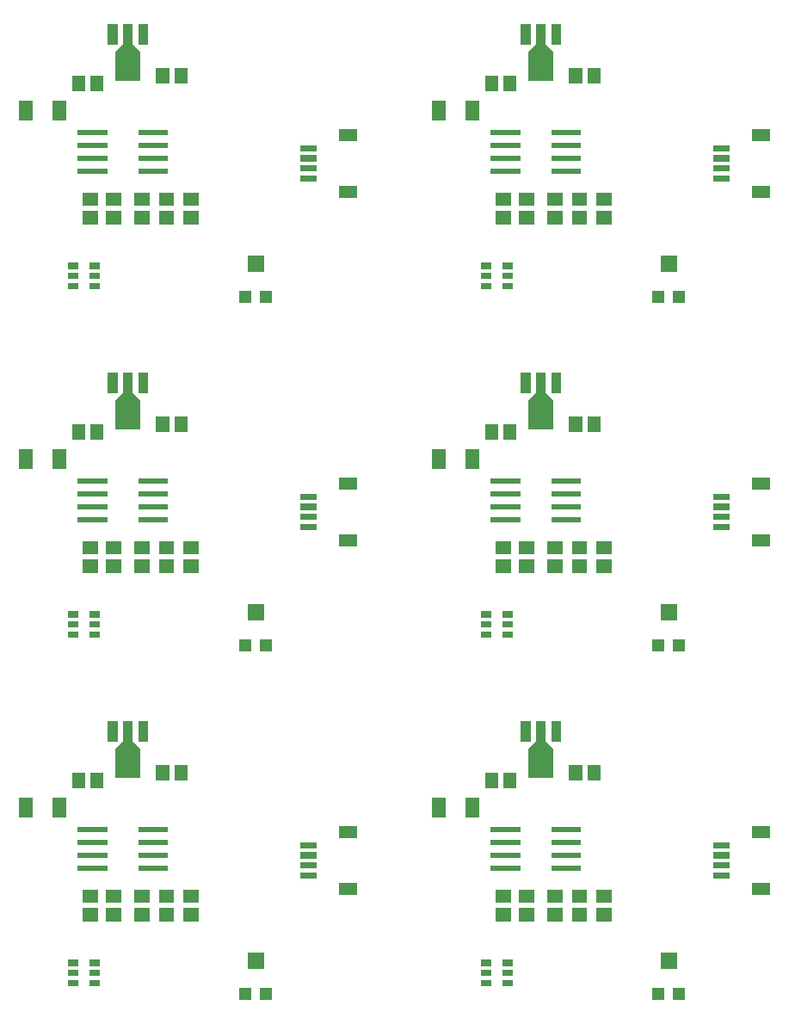
<source format=gbr>
G04 start of page 11 for group -4015 idx -4015 *
G04 Title: (unknown), toppaste *
G04 Creator: pcb 4.0.2 *
G04 CreationDate: Sun Oct 16 03:50:19 2022 UTC *
G04 For: ndholmes *
G04 Format: Gerber/RS-274X *
G04 PCB-Dimensions (mil): 3900.00 4750.00 *
G04 PCB-Coordinate-Origin: lower left *
%MOIN*%
%FSLAX25Y25*%
%LNTOPPASTE*%
%ADD57C,0.0001*%
G54D57*G36*
X83516Y409952D02*X78398D01*
Y404048D01*
X83516D01*
Y409952D01*
G37*
G36*
X90602D02*X85484D01*
Y404048D01*
X90602D01*
Y409952D01*
G37*
G36*
X107796Y429874D02*X104016D01*
Y422000D01*
X107796D01*
Y429874D01*
G37*
G36*
X101890D02*X98110D01*
Y414284D01*
X101890D01*
Y429874D01*
G37*
G36*
X104725Y419165D02*X95275D01*
Y407825D01*
X104725D01*
Y419165D01*
G37*
G36*
X101885Y422005D02*X100465Y420585D01*
X103305Y417745D01*
X104725Y419165D01*
X101885Y422005D01*
G37*
G36*
X99535Y420585D02*X98115Y422005D01*
X95275Y419165D01*
X96695Y417745D01*
X99535Y420585D01*
G37*
G36*
X95984Y429874D02*X92204D01*
Y422000D01*
X95984D01*
Y429874D01*
G37*
G36*
X85000Y329700D02*Y327300D01*
X89000D01*
Y329700D01*
X85000D01*
G37*
G36*
Y333600D02*Y331200D01*
X89000D01*
Y333600D01*
X85000D01*
G37*
G36*
Y337500D02*Y335100D01*
X89000D01*
Y337500D01*
X85000D01*
G37*
G36*
X76800D02*Y335100D01*
X80800D01*
Y337500D01*
X76800D01*
G37*
G36*
Y333600D02*Y331200D01*
X80800D01*
Y333600D01*
X76800D01*
G37*
G36*
Y329700D02*Y327300D01*
X80800D01*
Y329700D01*
X76800D01*
G37*
G36*
X143249Y326800D02*Y322100D01*
X147950D01*
Y326800D01*
X143249D01*
G37*
G36*
X151050D02*Y322100D01*
X155751D01*
Y326800D01*
X151050D01*
G37*
G36*
X146350Y340400D02*Y334100D01*
X152651D01*
Y340400D01*
X146350D01*
G37*
G36*
X166949Y371275D02*Y368913D01*
X173051D01*
Y371275D01*
X166949D01*
G37*
G36*
Y375212D02*Y372850D01*
X173051D01*
Y375212D01*
X166949D01*
G37*
G36*
Y379150D02*Y376788D01*
X173051D01*
Y379150D01*
X166949D01*
G37*
G36*
Y383087D02*Y380725D01*
X173051D01*
Y383087D01*
X166949D01*
G37*
G36*
X181713Y367338D02*Y362614D01*
X188799D01*
Y367338D01*
X181713D01*
G37*
G36*
Y389386D02*Y384662D01*
X188799D01*
Y389386D01*
X181713D01*
G37*
G36*
X123102Y412952D02*X117984D01*
Y407048D01*
X123102D01*
Y412952D01*
G37*
G36*
X116016D02*X110898D01*
Y407048D01*
X116016D01*
Y412952D01*
G37*
G36*
X83500Y389000D02*Y387000D01*
X92000D01*
Y389000D01*
X83500D01*
G37*
G36*
Y384000D02*Y382000D01*
X92000D01*
Y384000D01*
X83500D01*
G37*
G36*
Y379000D02*Y377000D01*
X92000D01*
Y379000D01*
X83500D01*
G37*
G36*
Y374000D02*Y372000D01*
X92000D01*
Y374000D01*
X83500D01*
G37*
G36*
X104000D02*Y372000D01*
X112500D01*
Y374000D01*
X104000D01*
G37*
G36*
Y379000D02*Y377000D01*
X112500D01*
Y379000D01*
X104000D01*
G37*
G36*
Y384000D02*Y382000D01*
X112500D01*
Y384000D01*
X104000D01*
G37*
G36*
Y389000D02*Y387000D01*
X112500D01*
Y389000D01*
X104000D01*
G37*
G36*
X63250Y400250D02*X57750D01*
Y392750D01*
X63250D01*
Y400250D01*
G37*
G36*
X76250D02*X70750D01*
Y392750D01*
X76250D01*
Y400250D01*
G37*
G36*
X80500Y389000D02*Y387000D01*
X89000D01*
Y389000D01*
X80500D01*
G37*
G36*
Y384000D02*Y382000D01*
X89000D01*
Y384000D01*
X80500D01*
G37*
G36*
Y379000D02*Y377000D01*
X89000D01*
Y379000D01*
X80500D01*
G37*
G36*
Y374000D02*Y372000D01*
X89000D01*
Y374000D01*
X80500D01*
G37*
G36*
X107000D02*Y372000D01*
X115500D01*
Y374000D01*
X107000D01*
G37*
G36*
Y379000D02*Y377000D01*
X115500D01*
Y379000D01*
X107000D01*
G37*
G36*
Y384000D02*Y382000D01*
X115500D01*
Y384000D01*
X107000D01*
G37*
G36*
Y389000D02*Y387000D01*
X115500D01*
Y389000D01*
X107000D01*
G37*
G36*
X112048Y364602D02*Y359484D01*
X117952D01*
Y364602D01*
X112048D01*
G37*
G36*
Y357516D02*Y352398D01*
X117952D01*
Y357516D01*
X112048D01*
G37*
G36*
X121548Y364602D02*Y359484D01*
X127452D01*
Y364602D01*
X121548D01*
G37*
G36*
Y357516D02*Y352398D01*
X127452D01*
Y357516D01*
X121548D01*
G37*
G36*
X102548Y364602D02*Y359484D01*
X108452D01*
Y364602D01*
X102548D01*
G37*
G36*
Y357516D02*Y352398D01*
X108452D01*
Y357516D01*
X102548D01*
G37*
G36*
X82548D02*Y352398D01*
X88452D01*
Y357516D01*
X82548D01*
G37*
G36*
Y364602D02*Y359484D01*
X88452D01*
Y364602D01*
X82548D01*
G37*
G36*
X91548D02*Y359484D01*
X97452D01*
Y364602D01*
X91548D01*
G37*
G36*
Y357516D02*Y352398D01*
X97452D01*
Y357516D01*
X91548D01*
G37*
G36*
X243516Y409952D02*X238398D01*
Y404048D01*
X243516D01*
Y409952D01*
G37*
G36*
X250602D02*X245484D01*
Y404048D01*
X250602D01*
Y409952D01*
G37*
G36*
X267796Y429874D02*X264016D01*
Y422000D01*
X267796D01*
Y429874D01*
G37*
G36*
X261890D02*X258110D01*
Y414284D01*
X261890D01*
Y429874D01*
G37*
G36*
X264725Y419165D02*X255275D01*
Y407825D01*
X264725D01*
Y419165D01*
G37*
G36*
X261885Y422005D02*X260465Y420585D01*
X263305Y417745D01*
X264725Y419165D01*
X261885Y422005D01*
G37*
G36*
X259535Y420585D02*X258115Y422005D01*
X255275Y419165D01*
X256695Y417745D01*
X259535Y420585D01*
G37*
G36*
X255984Y429874D02*X252204D01*
Y422000D01*
X255984D01*
Y429874D01*
G37*
G36*
X245000Y329700D02*Y327300D01*
X249000D01*
Y329700D01*
X245000D01*
G37*
G36*
Y333600D02*Y331200D01*
X249000D01*
Y333600D01*
X245000D01*
G37*
G36*
Y337500D02*Y335100D01*
X249000D01*
Y337500D01*
X245000D01*
G37*
G36*
X236800D02*Y335100D01*
X240800D01*
Y337500D01*
X236800D01*
G37*
G36*
Y333600D02*Y331200D01*
X240800D01*
Y333600D01*
X236800D01*
G37*
G36*
Y329700D02*Y327300D01*
X240800D01*
Y329700D01*
X236800D01*
G37*
G36*
X303249Y326800D02*Y322100D01*
X307950D01*
Y326800D01*
X303249D01*
G37*
G36*
X311050D02*Y322100D01*
X315751D01*
Y326800D01*
X311050D01*
G37*
G36*
X306350Y340400D02*Y334100D01*
X312651D01*
Y340400D01*
X306350D01*
G37*
G36*
X326949Y371275D02*Y368913D01*
X333051D01*
Y371275D01*
X326949D01*
G37*
G36*
Y375212D02*Y372850D01*
X333051D01*
Y375212D01*
X326949D01*
G37*
G36*
Y379150D02*Y376788D01*
X333051D01*
Y379150D01*
X326949D01*
G37*
G36*
Y383087D02*Y380725D01*
X333051D01*
Y383087D01*
X326949D01*
G37*
G36*
X341713Y367338D02*Y362614D01*
X348799D01*
Y367338D01*
X341713D01*
G37*
G36*
Y389386D02*Y384662D01*
X348799D01*
Y389386D01*
X341713D01*
G37*
G36*
X283102Y412952D02*X277984D01*
Y407048D01*
X283102D01*
Y412952D01*
G37*
G36*
X276016D02*X270898D01*
Y407048D01*
X276016D01*
Y412952D01*
G37*
G36*
X243500Y389000D02*Y387000D01*
X252000D01*
Y389000D01*
X243500D01*
G37*
G36*
Y384000D02*Y382000D01*
X252000D01*
Y384000D01*
X243500D01*
G37*
G36*
Y379000D02*Y377000D01*
X252000D01*
Y379000D01*
X243500D01*
G37*
G36*
Y374000D02*Y372000D01*
X252000D01*
Y374000D01*
X243500D01*
G37*
G36*
X264000D02*Y372000D01*
X272500D01*
Y374000D01*
X264000D01*
G37*
G36*
Y379000D02*Y377000D01*
X272500D01*
Y379000D01*
X264000D01*
G37*
G36*
Y384000D02*Y382000D01*
X272500D01*
Y384000D01*
X264000D01*
G37*
G36*
Y389000D02*Y387000D01*
X272500D01*
Y389000D01*
X264000D01*
G37*
G36*
X223250Y400250D02*X217750D01*
Y392750D01*
X223250D01*
Y400250D01*
G37*
G36*
X236250D02*X230750D01*
Y392750D01*
X236250D01*
Y400250D01*
G37*
G36*
X240500Y389000D02*Y387000D01*
X249000D01*
Y389000D01*
X240500D01*
G37*
G36*
Y384000D02*Y382000D01*
X249000D01*
Y384000D01*
X240500D01*
G37*
G36*
Y379000D02*Y377000D01*
X249000D01*
Y379000D01*
X240500D01*
G37*
G36*
Y374000D02*Y372000D01*
X249000D01*
Y374000D01*
X240500D01*
G37*
G36*
X267000D02*Y372000D01*
X275500D01*
Y374000D01*
X267000D01*
G37*
G36*
Y379000D02*Y377000D01*
X275500D01*
Y379000D01*
X267000D01*
G37*
G36*
Y384000D02*Y382000D01*
X275500D01*
Y384000D01*
X267000D01*
G37*
G36*
Y389000D02*Y387000D01*
X275500D01*
Y389000D01*
X267000D01*
G37*
G36*
X272048Y364602D02*Y359484D01*
X277952D01*
Y364602D01*
X272048D01*
G37*
G36*
Y357516D02*Y352398D01*
X277952D01*
Y357516D01*
X272048D01*
G37*
G36*
X281548Y364602D02*Y359484D01*
X287452D01*
Y364602D01*
X281548D01*
G37*
G36*
Y357516D02*Y352398D01*
X287452D01*
Y357516D01*
X281548D01*
G37*
G36*
X262548Y364602D02*Y359484D01*
X268452D01*
Y364602D01*
X262548D01*
G37*
G36*
Y357516D02*Y352398D01*
X268452D01*
Y357516D01*
X262548D01*
G37*
G36*
X242548D02*Y352398D01*
X248452D01*
Y357516D01*
X242548D01*
G37*
G36*
Y364602D02*Y359484D01*
X248452D01*
Y364602D01*
X242548D01*
G37*
G36*
X251548D02*Y359484D01*
X257452D01*
Y364602D01*
X251548D01*
G37*
G36*
Y357516D02*Y352398D01*
X257452D01*
Y357516D01*
X251548D01*
G37*
G36*
X243516Y274952D02*X238398D01*
Y269048D01*
X243516D01*
Y274952D01*
G37*
G36*
X250602D02*X245484D01*
Y269048D01*
X250602D01*
Y274952D01*
G37*
G36*
X267796Y294874D02*X264016D01*
Y287000D01*
X267796D01*
Y294874D01*
G37*
G36*
X261890D02*X258110D01*
Y279284D01*
X261890D01*
Y294874D01*
G37*
G36*
X264725Y284165D02*X255275D01*
Y272825D01*
X264725D01*
Y284165D01*
G37*
G36*
X261885Y287005D02*X260465Y285585D01*
X263305Y282745D01*
X264725Y284165D01*
X261885Y287005D01*
G37*
G36*
X259535Y285585D02*X258115Y287005D01*
X255275Y284165D01*
X256695Y282745D01*
X259535Y285585D01*
G37*
G36*
X255984Y294874D02*X252204D01*
Y287000D01*
X255984D01*
Y294874D01*
G37*
G36*
X245000Y194700D02*Y192300D01*
X249000D01*
Y194700D01*
X245000D01*
G37*
G36*
Y198600D02*Y196200D01*
X249000D01*
Y198600D01*
X245000D01*
G37*
G36*
Y202500D02*Y200100D01*
X249000D01*
Y202500D01*
X245000D01*
G37*
G36*
X236800D02*Y200100D01*
X240800D01*
Y202500D01*
X236800D01*
G37*
G36*
Y198600D02*Y196200D01*
X240800D01*
Y198600D01*
X236800D01*
G37*
G36*
Y194700D02*Y192300D01*
X240800D01*
Y194700D01*
X236800D01*
G37*
G36*
X303249Y191800D02*Y187100D01*
X307950D01*
Y191800D01*
X303249D01*
G37*
G36*
X311050D02*Y187100D01*
X315751D01*
Y191800D01*
X311050D01*
G37*
G36*
X306350Y205400D02*Y199100D01*
X312651D01*
Y205400D01*
X306350D01*
G37*
G36*
X326949Y236275D02*Y233913D01*
X333051D01*
Y236275D01*
X326949D01*
G37*
G36*
Y240212D02*Y237850D01*
X333051D01*
Y240212D01*
X326949D01*
G37*
G36*
Y244150D02*Y241788D01*
X333051D01*
Y244150D01*
X326949D01*
G37*
G36*
Y248087D02*Y245725D01*
X333051D01*
Y248087D01*
X326949D01*
G37*
G36*
X341713Y232338D02*Y227614D01*
X348799D01*
Y232338D01*
X341713D01*
G37*
G36*
Y254386D02*Y249662D01*
X348799D01*
Y254386D01*
X341713D01*
G37*
G36*
X283102Y277952D02*X277984D01*
Y272048D01*
X283102D01*
Y277952D01*
G37*
G36*
X276016D02*X270898D01*
Y272048D01*
X276016D01*
Y277952D01*
G37*
G36*
X243500Y254000D02*Y252000D01*
X252000D01*
Y254000D01*
X243500D01*
G37*
G36*
Y249000D02*Y247000D01*
X252000D01*
Y249000D01*
X243500D01*
G37*
G36*
Y244000D02*Y242000D01*
X252000D01*
Y244000D01*
X243500D01*
G37*
G36*
Y239000D02*Y237000D01*
X252000D01*
Y239000D01*
X243500D01*
G37*
G36*
X264000D02*Y237000D01*
X272500D01*
Y239000D01*
X264000D01*
G37*
G36*
Y244000D02*Y242000D01*
X272500D01*
Y244000D01*
X264000D01*
G37*
G36*
Y249000D02*Y247000D01*
X272500D01*
Y249000D01*
X264000D01*
G37*
G36*
Y254000D02*Y252000D01*
X272500D01*
Y254000D01*
X264000D01*
G37*
G36*
X223250Y265250D02*X217750D01*
Y257750D01*
X223250D01*
Y265250D01*
G37*
G36*
X236250D02*X230750D01*
Y257750D01*
X236250D01*
Y265250D01*
G37*
G36*
X240500Y254000D02*Y252000D01*
X249000D01*
Y254000D01*
X240500D01*
G37*
G36*
Y249000D02*Y247000D01*
X249000D01*
Y249000D01*
X240500D01*
G37*
G36*
Y244000D02*Y242000D01*
X249000D01*
Y244000D01*
X240500D01*
G37*
G36*
Y239000D02*Y237000D01*
X249000D01*
Y239000D01*
X240500D01*
G37*
G36*
X267000D02*Y237000D01*
X275500D01*
Y239000D01*
X267000D01*
G37*
G36*
Y244000D02*Y242000D01*
X275500D01*
Y244000D01*
X267000D01*
G37*
G36*
Y249000D02*Y247000D01*
X275500D01*
Y249000D01*
X267000D01*
G37*
G36*
Y254000D02*Y252000D01*
X275500D01*
Y254000D01*
X267000D01*
G37*
G36*
X272048Y229602D02*Y224484D01*
X277952D01*
Y229602D01*
X272048D01*
G37*
G36*
Y222516D02*Y217398D01*
X277952D01*
Y222516D01*
X272048D01*
G37*
G36*
X281548Y229602D02*Y224484D01*
X287452D01*
Y229602D01*
X281548D01*
G37*
G36*
Y222516D02*Y217398D01*
X287452D01*
Y222516D01*
X281548D01*
G37*
G36*
X262548Y229602D02*Y224484D01*
X268452D01*
Y229602D01*
X262548D01*
G37*
G36*
Y222516D02*Y217398D01*
X268452D01*
Y222516D01*
X262548D01*
G37*
G36*
X242548D02*Y217398D01*
X248452D01*
Y222516D01*
X242548D01*
G37*
G36*
Y229602D02*Y224484D01*
X248452D01*
Y229602D01*
X242548D01*
G37*
G36*
X251548D02*Y224484D01*
X257452D01*
Y229602D01*
X251548D01*
G37*
G36*
Y222516D02*Y217398D01*
X257452D01*
Y222516D01*
X251548D01*
G37*
G36*
X83516Y274952D02*X78398D01*
Y269048D01*
X83516D01*
Y274952D01*
G37*
G36*
X90602D02*X85484D01*
Y269048D01*
X90602D01*
Y274952D01*
G37*
G36*
X107796Y294874D02*X104016D01*
Y287000D01*
X107796D01*
Y294874D01*
G37*
G36*
X101890D02*X98110D01*
Y279284D01*
X101890D01*
Y294874D01*
G37*
G36*
X104725Y284165D02*X95275D01*
Y272825D01*
X104725D01*
Y284165D01*
G37*
G36*
X101885Y287005D02*X100465Y285585D01*
X103305Y282745D01*
X104725Y284165D01*
X101885Y287005D01*
G37*
G36*
X99535Y285585D02*X98115Y287005D01*
X95275Y284165D01*
X96695Y282745D01*
X99535Y285585D01*
G37*
G36*
X95984Y294874D02*X92204D01*
Y287000D01*
X95984D01*
Y294874D01*
G37*
G36*
X85000Y194700D02*Y192300D01*
X89000D01*
Y194700D01*
X85000D01*
G37*
G36*
Y198600D02*Y196200D01*
X89000D01*
Y198600D01*
X85000D01*
G37*
G36*
Y202500D02*Y200100D01*
X89000D01*
Y202500D01*
X85000D01*
G37*
G36*
X76800D02*Y200100D01*
X80800D01*
Y202500D01*
X76800D01*
G37*
G36*
Y198600D02*Y196200D01*
X80800D01*
Y198600D01*
X76800D01*
G37*
G36*
Y194700D02*Y192300D01*
X80800D01*
Y194700D01*
X76800D01*
G37*
G36*
X143249Y191800D02*Y187100D01*
X147950D01*
Y191800D01*
X143249D01*
G37*
G36*
X151050D02*Y187100D01*
X155751D01*
Y191800D01*
X151050D01*
G37*
G36*
X146350Y205400D02*Y199100D01*
X152651D01*
Y205400D01*
X146350D01*
G37*
G36*
X166949Y236275D02*Y233913D01*
X173051D01*
Y236275D01*
X166949D01*
G37*
G36*
Y240212D02*Y237850D01*
X173051D01*
Y240212D01*
X166949D01*
G37*
G36*
Y244150D02*Y241788D01*
X173051D01*
Y244150D01*
X166949D01*
G37*
G36*
Y248087D02*Y245725D01*
X173051D01*
Y248087D01*
X166949D01*
G37*
G36*
X181713Y232338D02*Y227614D01*
X188799D01*
Y232338D01*
X181713D01*
G37*
G36*
Y254386D02*Y249662D01*
X188799D01*
Y254386D01*
X181713D01*
G37*
G36*
X123102Y277952D02*X117984D01*
Y272048D01*
X123102D01*
Y277952D01*
G37*
G36*
X116016D02*X110898D01*
Y272048D01*
X116016D01*
Y277952D01*
G37*
G36*
X83500Y254000D02*Y252000D01*
X92000D01*
Y254000D01*
X83500D01*
G37*
G36*
Y249000D02*Y247000D01*
X92000D01*
Y249000D01*
X83500D01*
G37*
G36*
Y244000D02*Y242000D01*
X92000D01*
Y244000D01*
X83500D01*
G37*
G36*
Y239000D02*Y237000D01*
X92000D01*
Y239000D01*
X83500D01*
G37*
G36*
X104000D02*Y237000D01*
X112500D01*
Y239000D01*
X104000D01*
G37*
G36*
Y244000D02*Y242000D01*
X112500D01*
Y244000D01*
X104000D01*
G37*
G36*
Y249000D02*Y247000D01*
X112500D01*
Y249000D01*
X104000D01*
G37*
G36*
Y254000D02*Y252000D01*
X112500D01*
Y254000D01*
X104000D01*
G37*
G36*
X63250Y265250D02*X57750D01*
Y257750D01*
X63250D01*
Y265250D01*
G37*
G36*
X76250D02*X70750D01*
Y257750D01*
X76250D01*
Y265250D01*
G37*
G36*
X80500Y254000D02*Y252000D01*
X89000D01*
Y254000D01*
X80500D01*
G37*
G36*
Y249000D02*Y247000D01*
X89000D01*
Y249000D01*
X80500D01*
G37*
G36*
Y244000D02*Y242000D01*
X89000D01*
Y244000D01*
X80500D01*
G37*
G36*
Y239000D02*Y237000D01*
X89000D01*
Y239000D01*
X80500D01*
G37*
G36*
X107000D02*Y237000D01*
X115500D01*
Y239000D01*
X107000D01*
G37*
G36*
Y244000D02*Y242000D01*
X115500D01*
Y244000D01*
X107000D01*
G37*
G36*
Y249000D02*Y247000D01*
X115500D01*
Y249000D01*
X107000D01*
G37*
G36*
Y254000D02*Y252000D01*
X115500D01*
Y254000D01*
X107000D01*
G37*
G36*
X112048Y229602D02*Y224484D01*
X117952D01*
Y229602D01*
X112048D01*
G37*
G36*
Y222516D02*Y217398D01*
X117952D01*
Y222516D01*
X112048D01*
G37*
G36*
X121548Y229602D02*Y224484D01*
X127452D01*
Y229602D01*
X121548D01*
G37*
G36*
Y222516D02*Y217398D01*
X127452D01*
Y222516D01*
X121548D01*
G37*
G36*
X102548Y229602D02*Y224484D01*
X108452D01*
Y229602D01*
X102548D01*
G37*
G36*
Y222516D02*Y217398D01*
X108452D01*
Y222516D01*
X102548D01*
G37*
G36*
X82548D02*Y217398D01*
X88452D01*
Y222516D01*
X82548D01*
G37*
G36*
Y229602D02*Y224484D01*
X88452D01*
Y229602D01*
X82548D01*
G37*
G36*
X91548D02*Y224484D01*
X97452D01*
Y229602D01*
X91548D01*
G37*
G36*
Y222516D02*Y217398D01*
X97452D01*
Y222516D01*
X91548D01*
G37*
G36*
X83516Y139952D02*X78398D01*
Y134048D01*
X83516D01*
Y139952D01*
G37*
G36*
X90602D02*X85484D01*
Y134048D01*
X90602D01*
Y139952D01*
G37*
G36*
X107796Y159874D02*X104016D01*
Y152000D01*
X107796D01*
Y159874D01*
G37*
G36*
X101890D02*X98110D01*
Y144284D01*
X101890D01*
Y159874D01*
G37*
G36*
X104725Y149165D02*X95275D01*
Y137825D01*
X104725D01*
Y149165D01*
G37*
G36*
X101885Y152005D02*X100465Y150585D01*
X103305Y147745D01*
X104725Y149165D01*
X101885Y152005D01*
G37*
G36*
X99535Y150585D02*X98115Y152005D01*
X95275Y149165D01*
X96695Y147745D01*
X99535Y150585D01*
G37*
G36*
X95984Y159874D02*X92204D01*
Y152000D01*
X95984D01*
Y159874D01*
G37*
G36*
X85000Y59700D02*Y57300D01*
X89000D01*
Y59700D01*
X85000D01*
G37*
G36*
Y63600D02*Y61200D01*
X89000D01*
Y63600D01*
X85000D01*
G37*
G36*
Y67500D02*Y65100D01*
X89000D01*
Y67500D01*
X85000D01*
G37*
G36*
X76800D02*Y65100D01*
X80800D01*
Y67500D01*
X76800D01*
G37*
G36*
Y63600D02*Y61200D01*
X80800D01*
Y63600D01*
X76800D01*
G37*
G36*
Y59700D02*Y57300D01*
X80800D01*
Y59700D01*
X76800D01*
G37*
G36*
X143249Y56800D02*Y52100D01*
X147950D01*
Y56800D01*
X143249D01*
G37*
G36*
X151050D02*Y52100D01*
X155751D01*
Y56800D01*
X151050D01*
G37*
G36*
X146350Y70400D02*Y64100D01*
X152651D01*
Y70400D01*
X146350D01*
G37*
G36*
X166949Y101275D02*Y98913D01*
X173051D01*
Y101275D01*
X166949D01*
G37*
G36*
Y105212D02*Y102850D01*
X173051D01*
Y105212D01*
X166949D01*
G37*
G36*
Y109150D02*Y106788D01*
X173051D01*
Y109150D01*
X166949D01*
G37*
G36*
Y113087D02*Y110725D01*
X173051D01*
Y113087D01*
X166949D01*
G37*
G36*
X181713Y97338D02*Y92614D01*
X188799D01*
Y97338D01*
X181713D01*
G37*
G36*
Y119386D02*Y114662D01*
X188799D01*
Y119386D01*
X181713D01*
G37*
G36*
X123102Y142952D02*X117984D01*
Y137048D01*
X123102D01*
Y142952D01*
G37*
G36*
X116016D02*X110898D01*
Y137048D01*
X116016D01*
Y142952D01*
G37*
G36*
X83500Y119000D02*Y117000D01*
X92000D01*
Y119000D01*
X83500D01*
G37*
G36*
Y114000D02*Y112000D01*
X92000D01*
Y114000D01*
X83500D01*
G37*
G36*
Y109000D02*Y107000D01*
X92000D01*
Y109000D01*
X83500D01*
G37*
G36*
Y104000D02*Y102000D01*
X92000D01*
Y104000D01*
X83500D01*
G37*
G36*
X104000D02*Y102000D01*
X112500D01*
Y104000D01*
X104000D01*
G37*
G36*
Y109000D02*Y107000D01*
X112500D01*
Y109000D01*
X104000D01*
G37*
G36*
Y114000D02*Y112000D01*
X112500D01*
Y114000D01*
X104000D01*
G37*
G36*
Y119000D02*Y117000D01*
X112500D01*
Y119000D01*
X104000D01*
G37*
G36*
X63250Y130250D02*X57750D01*
Y122750D01*
X63250D01*
Y130250D01*
G37*
G36*
X76250D02*X70750D01*
Y122750D01*
X76250D01*
Y130250D01*
G37*
G36*
X80500Y119000D02*Y117000D01*
X89000D01*
Y119000D01*
X80500D01*
G37*
G36*
Y114000D02*Y112000D01*
X89000D01*
Y114000D01*
X80500D01*
G37*
G36*
Y109000D02*Y107000D01*
X89000D01*
Y109000D01*
X80500D01*
G37*
G36*
Y104000D02*Y102000D01*
X89000D01*
Y104000D01*
X80500D01*
G37*
G36*
X107000D02*Y102000D01*
X115500D01*
Y104000D01*
X107000D01*
G37*
G36*
Y109000D02*Y107000D01*
X115500D01*
Y109000D01*
X107000D01*
G37*
G36*
Y114000D02*Y112000D01*
X115500D01*
Y114000D01*
X107000D01*
G37*
G36*
Y119000D02*Y117000D01*
X115500D01*
Y119000D01*
X107000D01*
G37*
G36*
X112048Y94602D02*Y89484D01*
X117952D01*
Y94602D01*
X112048D01*
G37*
G36*
Y87516D02*Y82398D01*
X117952D01*
Y87516D01*
X112048D01*
G37*
G36*
X121548Y94602D02*Y89484D01*
X127452D01*
Y94602D01*
X121548D01*
G37*
G36*
Y87516D02*Y82398D01*
X127452D01*
Y87516D01*
X121548D01*
G37*
G36*
X102548Y94602D02*Y89484D01*
X108452D01*
Y94602D01*
X102548D01*
G37*
G36*
Y87516D02*Y82398D01*
X108452D01*
Y87516D01*
X102548D01*
G37*
G36*
X82548D02*Y82398D01*
X88452D01*
Y87516D01*
X82548D01*
G37*
G36*
Y94602D02*Y89484D01*
X88452D01*
Y94602D01*
X82548D01*
G37*
G36*
X91548D02*Y89484D01*
X97452D01*
Y94602D01*
X91548D01*
G37*
G36*
Y87516D02*Y82398D01*
X97452D01*
Y87516D01*
X91548D01*
G37*
G36*
X243516Y139952D02*X238398D01*
Y134048D01*
X243516D01*
Y139952D01*
G37*
G36*
X250602D02*X245484D01*
Y134048D01*
X250602D01*
Y139952D01*
G37*
G36*
X267796Y159874D02*X264016D01*
Y152000D01*
X267796D01*
Y159874D01*
G37*
G36*
X261890D02*X258110D01*
Y144284D01*
X261890D01*
Y159874D01*
G37*
G36*
X264725Y149165D02*X255275D01*
Y137825D01*
X264725D01*
Y149165D01*
G37*
G36*
X261885Y152005D02*X260465Y150585D01*
X263305Y147745D01*
X264725Y149165D01*
X261885Y152005D01*
G37*
G36*
X259535Y150585D02*X258115Y152005D01*
X255275Y149165D01*
X256695Y147745D01*
X259535Y150585D01*
G37*
G36*
X255984Y159874D02*X252204D01*
Y152000D01*
X255984D01*
Y159874D01*
G37*
G36*
X245000Y59700D02*Y57300D01*
X249000D01*
Y59700D01*
X245000D01*
G37*
G36*
Y63600D02*Y61200D01*
X249000D01*
Y63600D01*
X245000D01*
G37*
G36*
Y67500D02*Y65100D01*
X249000D01*
Y67500D01*
X245000D01*
G37*
G36*
X236800D02*Y65100D01*
X240800D01*
Y67500D01*
X236800D01*
G37*
G36*
Y63600D02*Y61200D01*
X240800D01*
Y63600D01*
X236800D01*
G37*
G36*
Y59700D02*Y57300D01*
X240800D01*
Y59700D01*
X236800D01*
G37*
G36*
X303249Y56800D02*Y52100D01*
X307950D01*
Y56800D01*
X303249D01*
G37*
G36*
X311050D02*Y52100D01*
X315751D01*
Y56800D01*
X311050D01*
G37*
G36*
X306350Y70400D02*Y64100D01*
X312651D01*
Y70400D01*
X306350D01*
G37*
G36*
X326949Y101275D02*Y98913D01*
X333051D01*
Y101275D01*
X326949D01*
G37*
G36*
Y105212D02*Y102850D01*
X333051D01*
Y105212D01*
X326949D01*
G37*
G36*
Y109150D02*Y106788D01*
X333051D01*
Y109150D01*
X326949D01*
G37*
G36*
Y113087D02*Y110725D01*
X333051D01*
Y113087D01*
X326949D01*
G37*
G36*
X341713Y97338D02*Y92614D01*
X348799D01*
Y97338D01*
X341713D01*
G37*
G36*
Y119386D02*Y114662D01*
X348799D01*
Y119386D01*
X341713D01*
G37*
G36*
X283102Y142952D02*X277984D01*
Y137048D01*
X283102D01*
Y142952D01*
G37*
G36*
X276016D02*X270898D01*
Y137048D01*
X276016D01*
Y142952D01*
G37*
G36*
X243500Y119000D02*Y117000D01*
X252000D01*
Y119000D01*
X243500D01*
G37*
G36*
Y114000D02*Y112000D01*
X252000D01*
Y114000D01*
X243500D01*
G37*
G36*
Y109000D02*Y107000D01*
X252000D01*
Y109000D01*
X243500D01*
G37*
G36*
Y104000D02*Y102000D01*
X252000D01*
Y104000D01*
X243500D01*
G37*
G36*
X264000D02*Y102000D01*
X272500D01*
Y104000D01*
X264000D01*
G37*
G36*
Y109000D02*Y107000D01*
X272500D01*
Y109000D01*
X264000D01*
G37*
G36*
Y114000D02*Y112000D01*
X272500D01*
Y114000D01*
X264000D01*
G37*
G36*
Y119000D02*Y117000D01*
X272500D01*
Y119000D01*
X264000D01*
G37*
G36*
X223250Y130250D02*X217750D01*
Y122750D01*
X223250D01*
Y130250D01*
G37*
G36*
X236250D02*X230750D01*
Y122750D01*
X236250D01*
Y130250D01*
G37*
G36*
X240500Y119000D02*Y117000D01*
X249000D01*
Y119000D01*
X240500D01*
G37*
G36*
Y114000D02*Y112000D01*
X249000D01*
Y114000D01*
X240500D01*
G37*
G36*
Y109000D02*Y107000D01*
X249000D01*
Y109000D01*
X240500D01*
G37*
G36*
Y104000D02*Y102000D01*
X249000D01*
Y104000D01*
X240500D01*
G37*
G36*
X267000D02*Y102000D01*
X275500D01*
Y104000D01*
X267000D01*
G37*
G36*
Y109000D02*Y107000D01*
X275500D01*
Y109000D01*
X267000D01*
G37*
G36*
Y114000D02*Y112000D01*
X275500D01*
Y114000D01*
X267000D01*
G37*
G36*
Y119000D02*Y117000D01*
X275500D01*
Y119000D01*
X267000D01*
G37*
G36*
X272048Y94602D02*Y89484D01*
X277952D01*
Y94602D01*
X272048D01*
G37*
G36*
Y87516D02*Y82398D01*
X277952D01*
Y87516D01*
X272048D01*
G37*
G36*
X281548Y94602D02*Y89484D01*
X287452D01*
Y94602D01*
X281548D01*
G37*
G36*
Y87516D02*Y82398D01*
X287452D01*
Y87516D01*
X281548D01*
G37*
G36*
X262548Y94602D02*Y89484D01*
X268452D01*
Y94602D01*
X262548D01*
G37*
G36*
Y87516D02*Y82398D01*
X268452D01*
Y87516D01*
X262548D01*
G37*
G36*
X242548D02*Y82398D01*
X248452D01*
Y87516D01*
X242548D01*
G37*
G36*
Y94602D02*Y89484D01*
X248452D01*
Y94602D01*
X242548D01*
G37*
G36*
X251548D02*Y89484D01*
X257452D01*
Y94602D01*
X251548D01*
G37*
G36*
Y87516D02*Y82398D01*
X257452D01*
Y87516D01*
X251548D01*
G37*
M02*

</source>
